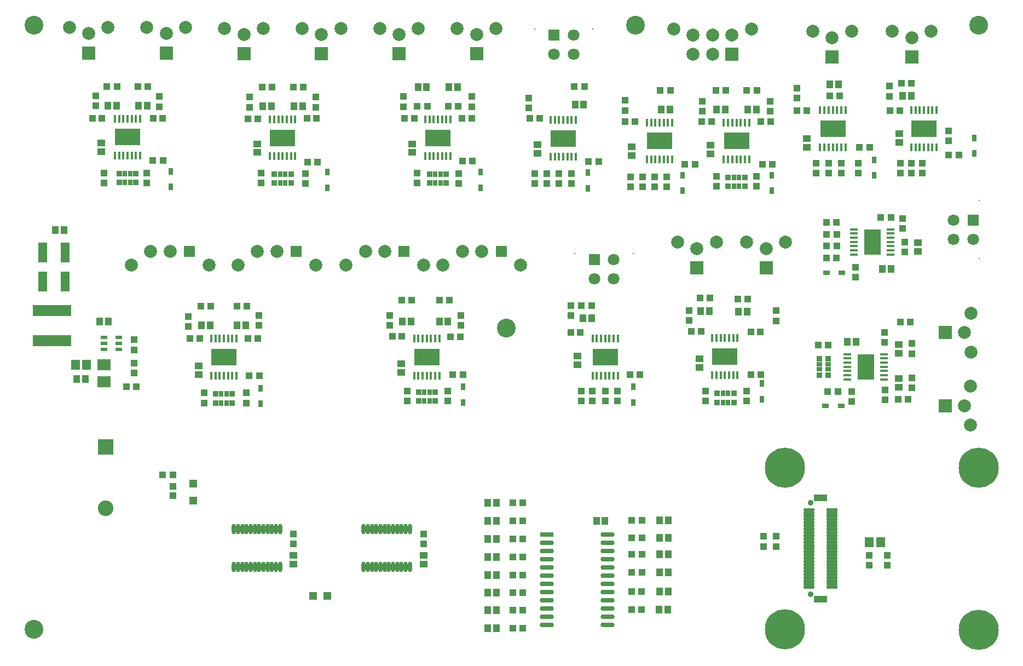
<source format=gts>
G04*
G04 #@! TF.GenerationSoftware,Altium Limited,Altium Designer,19.1.9 (167)*
G04*
G04 Layer_Color=8388736*
%FSLAX25Y25*%
%MOIN*%
G70*
G01*
G75*
%ADD24R,0.01772X0.05158*%
%ADD38R,0.05158X0.01772*%
%ADD43R,0.08083X0.06706*%
%ADD44R,0.23241X0.07099*%
%ADD45R,0.07887X0.03950*%
%ADD46R,0.07099X0.01981*%
%ADD47O,0.07099X0.01981*%
%ADD48C,0.24422*%
%ADD49R,0.04737X0.04737*%
%ADD50R,0.04147X0.04147*%
%ADD51R,0.15748X0.10433*%
%ADD52R,0.04537X0.04143*%
%ADD53R,0.04147X0.04147*%
%ADD54R,0.03950X0.03950*%
%ADD55R,0.04143X0.04537*%
%ADD56R,0.03162X0.03950*%
%ADD57R,0.03950X0.03162*%
%ADD58R,0.03950X0.03950*%
%ADD59O,0.02572X0.06312*%
%ADD60R,0.03320X0.03556*%
%ADD61R,0.02769X0.03556*%
%ADD62R,0.05721X0.12217*%
%ADD63R,0.04147X0.02178*%
%ADD64R,0.05328X0.06312*%
%ADD65R,0.04737X0.04737*%
%ADD66R,0.10433X0.15748*%
%ADD67R,0.03556X0.03320*%
%ADD68R,0.03556X0.02769*%
%ADD69O,0.08477X0.02965*%
%ADD70R,0.08477X0.02965*%
%ADD71C,0.03556*%
%ADD72C,0.00800*%
%ADD73C,0.07887*%
%ADD74R,0.07887X0.07887*%
%ADD75C,0.09478*%
%ADD76R,0.09478X0.09478*%
%ADD77C,0.11430*%
%ADD78R,0.07887X0.07887*%
%ADD79C,0.07099*%
%ADD80R,0.07099X0.07099*%
%ADD81R,0.07099X0.07099*%
D24*
X353740Y190354D02*
D03*
X356299D02*
D03*
X358858D02*
D03*
X361417D02*
D03*
X363976D02*
D03*
X366535D02*
D03*
X369094D02*
D03*
Y167913D02*
D03*
X366535D02*
D03*
X363976D02*
D03*
X361417D02*
D03*
X358858D02*
D03*
X356299D02*
D03*
X353740D02*
D03*
X492323Y329331D02*
D03*
X494882D02*
D03*
X497441D02*
D03*
X500000D02*
D03*
X502559D02*
D03*
X505118D02*
D03*
X507677D02*
D03*
Y306890D02*
D03*
X505118D02*
D03*
X502559D02*
D03*
X500000D02*
D03*
X497441D02*
D03*
X494882D02*
D03*
X492323D02*
D03*
X251772Y301378D02*
D03*
X254331D02*
D03*
X256890D02*
D03*
X259449D02*
D03*
X262008D02*
D03*
X264567D02*
D03*
X267126D02*
D03*
Y323819D02*
D03*
X264567D02*
D03*
X262008D02*
D03*
X259449D02*
D03*
X256890D02*
D03*
X254331D02*
D03*
X251772D02*
D03*
X245079Y167913D02*
D03*
X247638D02*
D03*
X250197D02*
D03*
X252756D02*
D03*
X255315D02*
D03*
X257874D02*
D03*
X260433D02*
D03*
Y190354D02*
D03*
X257874D02*
D03*
X255315D02*
D03*
X252756D02*
D03*
X250197D02*
D03*
X247638D02*
D03*
X245079D02*
D03*
X121457Y167913D02*
D03*
X124016D02*
D03*
X126575D02*
D03*
X129134D02*
D03*
X131693D02*
D03*
X134252D02*
D03*
X136811D02*
D03*
Y190354D02*
D03*
X134252D02*
D03*
X131693D02*
D03*
X129134D02*
D03*
X126575D02*
D03*
X124016D02*
D03*
X121457D02*
D03*
X426575Y168225D02*
D03*
X429134D02*
D03*
X431693D02*
D03*
X434252D02*
D03*
X436811D02*
D03*
X439370D02*
D03*
X441929D02*
D03*
Y190666D02*
D03*
X439370D02*
D03*
X436811D02*
D03*
X434252D02*
D03*
X431693D02*
D03*
X429134D02*
D03*
X426575D02*
D03*
X547835Y306890D02*
D03*
X550394D02*
D03*
X552953D02*
D03*
X555512D02*
D03*
X558071D02*
D03*
X560630D02*
D03*
X563189D02*
D03*
Y329331D02*
D03*
X560630D02*
D03*
X558071D02*
D03*
X555512D02*
D03*
X552953D02*
D03*
X550394D02*
D03*
X547835D02*
D03*
X157283Y301378D02*
D03*
X159843D02*
D03*
X162401D02*
D03*
X164961D02*
D03*
X167520D02*
D03*
X170079D02*
D03*
X172638D02*
D03*
Y323819D02*
D03*
X170079D02*
D03*
X167520D02*
D03*
X164961D02*
D03*
X162401D02*
D03*
X159843D02*
D03*
X157283D02*
D03*
X62795Y301772D02*
D03*
X65354D02*
D03*
X67913D02*
D03*
X70472D02*
D03*
X73032D02*
D03*
X75590D02*
D03*
X78150D02*
D03*
Y324213D02*
D03*
X75590D02*
D03*
X73032D02*
D03*
X70472D02*
D03*
X67913D02*
D03*
X65354D02*
D03*
X62795D02*
D03*
X386811Y299410D02*
D03*
X389370D02*
D03*
X391929D02*
D03*
X394488D02*
D03*
X397047D02*
D03*
X399606D02*
D03*
X402165D02*
D03*
Y321850D02*
D03*
X399606D02*
D03*
X397047D02*
D03*
X394488D02*
D03*
X391929D02*
D03*
X389370D02*
D03*
X386811D02*
D03*
X328150Y300984D02*
D03*
X330709D02*
D03*
X333268D02*
D03*
X335827D02*
D03*
X338386D02*
D03*
X340945D02*
D03*
X343504D02*
D03*
Y323425D02*
D03*
X340945D02*
D03*
X338386D02*
D03*
X335827D02*
D03*
X333268D02*
D03*
X330709D02*
D03*
X328150D02*
D03*
X433661Y299410D02*
D03*
X436221D02*
D03*
X438779D02*
D03*
X441339D02*
D03*
X443898D02*
D03*
X446457D02*
D03*
X449016D02*
D03*
Y321850D02*
D03*
X446457D02*
D03*
X443898D02*
D03*
X441339D02*
D03*
X438779D02*
D03*
X436221D02*
D03*
X433661D02*
D03*
D38*
X508858Y180905D02*
D03*
Y178347D02*
D03*
Y175787D02*
D03*
Y173228D02*
D03*
Y170669D02*
D03*
Y168110D02*
D03*
Y165551D02*
D03*
X531299D02*
D03*
Y168110D02*
D03*
Y170669D02*
D03*
Y173228D02*
D03*
Y175787D02*
D03*
Y178347D02*
D03*
Y180905D02*
D03*
X535236Y256890D02*
D03*
Y254331D02*
D03*
Y251772D02*
D03*
Y249213D02*
D03*
Y246654D02*
D03*
Y244094D02*
D03*
Y241535D02*
D03*
X512795D02*
D03*
Y244094D02*
D03*
Y246654D02*
D03*
Y249213D02*
D03*
Y251772D02*
D03*
Y254331D02*
D03*
Y256890D02*
D03*
D43*
X56201Y164173D02*
D03*
Y174606D02*
D03*
D44*
X24508Y188976D02*
D03*
Y207480D02*
D03*
D45*
X492520Y31922D02*
D03*
Y93340D02*
D03*
D46*
X499606Y86253D02*
D03*
D47*
Y84284D02*
D03*
Y82316D02*
D03*
Y80347D02*
D03*
Y78379D02*
D03*
Y76410D02*
D03*
Y74442D02*
D03*
Y72473D02*
D03*
Y70505D02*
D03*
Y68536D02*
D03*
Y66568D02*
D03*
Y64599D02*
D03*
Y62631D02*
D03*
Y60662D02*
D03*
Y58694D02*
D03*
Y56725D02*
D03*
Y54757D02*
D03*
Y52788D02*
D03*
Y50820D02*
D03*
Y48851D02*
D03*
Y46883D02*
D03*
Y44914D02*
D03*
Y42946D02*
D03*
Y40977D02*
D03*
Y39009D02*
D03*
X485433D02*
D03*
Y40977D02*
D03*
Y42946D02*
D03*
Y44914D02*
D03*
Y46883D02*
D03*
Y48851D02*
D03*
Y50820D02*
D03*
Y52788D02*
D03*
Y54757D02*
D03*
Y56725D02*
D03*
Y58694D02*
D03*
Y60662D02*
D03*
Y62631D02*
D03*
Y64599D02*
D03*
Y66568D02*
D03*
Y68536D02*
D03*
Y70505D02*
D03*
Y72473D02*
D03*
Y74442D02*
D03*
Y76410D02*
D03*
Y78379D02*
D03*
Y80347D02*
D03*
Y82316D02*
D03*
Y84284D02*
D03*
Y86253D02*
D03*
D48*
X470866Y111876D02*
D03*
X588976Y111811D02*
D03*
Y12992D02*
D03*
X470866Y13386D02*
D03*
D49*
X110630Y101969D02*
D03*
Y91732D02*
D03*
D50*
X511417Y152067D02*
D03*
Y158169D02*
D03*
X478150Y342815D02*
D03*
Y336713D02*
D03*
X515354Y297146D02*
D03*
Y291043D02*
D03*
X505118Y297146D02*
D03*
Y291043D02*
D03*
X497441Y297146D02*
D03*
Y291043D02*
D03*
X489764D02*
D03*
Y297146D02*
D03*
X280315Y337697D02*
D03*
Y331594D02*
D03*
X238583Y337697D02*
D03*
Y331594D02*
D03*
X522047Y52461D02*
D03*
Y58563D02*
D03*
X246850Y285138D02*
D03*
Y291240D02*
D03*
X272047Y290846D02*
D03*
Y284744D02*
D03*
X533071Y52461D02*
D03*
Y58563D02*
D03*
X171653Y71555D02*
D03*
Y65453D02*
D03*
X250787Y71555D02*
D03*
Y65453D02*
D03*
X230315Y204626D02*
D03*
Y198524D02*
D03*
X265354Y158563D02*
D03*
Y152461D02*
D03*
X240945D02*
D03*
Y158563D02*
D03*
X142913Y157382D02*
D03*
Y151279D02*
D03*
X74410Y183563D02*
D03*
Y189665D02*
D03*
Y169390D02*
D03*
Y175492D02*
D03*
X422441Y152461D02*
D03*
Y158563D02*
D03*
X447638D02*
D03*
Y152461D02*
D03*
X465354Y207382D02*
D03*
Y201279D02*
D03*
X412402Y207579D02*
D03*
Y201476D02*
D03*
X548032Y160335D02*
D03*
Y166437D02*
D03*
Y187303D02*
D03*
Y181201D02*
D03*
X513779Y227658D02*
D03*
Y233760D02*
D03*
X543701Y249114D02*
D03*
Y243012D02*
D03*
X534646Y343996D02*
D03*
Y337894D02*
D03*
X570472Y316831D02*
D03*
Y310728D02*
D03*
X554609Y297146D02*
D03*
Y291043D02*
D03*
X547900Y297146D02*
D03*
Y291043D02*
D03*
X541190D02*
D03*
Y297146D02*
D03*
X368898Y158563D02*
D03*
Y152461D02*
D03*
X361417Y158563D02*
D03*
Y152461D02*
D03*
X353543Y158563D02*
D03*
Y152461D02*
D03*
X346850D02*
D03*
Y158563D02*
D03*
X340354Y210531D02*
D03*
Y204429D02*
D03*
X461713Y334941D02*
D03*
Y328839D02*
D03*
X420571Y334941D02*
D03*
Y328839D02*
D03*
X457874Y63878D02*
D03*
Y69980D02*
D03*
X465354Y63878D02*
D03*
Y69980D02*
D03*
X453543Y289272D02*
D03*
Y283169D02*
D03*
X429134D02*
D03*
Y289272D02*
D03*
X185039Y331201D02*
D03*
Y337303D02*
D03*
X51181Y331988D02*
D03*
Y338090D02*
D03*
X178740Y290846D02*
D03*
Y284744D02*
D03*
X89764Y331594D02*
D03*
Y337697D02*
D03*
X144882Y331201D02*
D03*
Y337303D02*
D03*
X151969Y285138D02*
D03*
Y291240D02*
D03*
X340945Y290846D02*
D03*
Y284744D02*
D03*
X333268Y290846D02*
D03*
Y284744D02*
D03*
X325984Y290846D02*
D03*
Y284744D02*
D03*
X318504D02*
D03*
Y290846D02*
D03*
X373622Y335335D02*
D03*
Y329232D02*
D03*
X391339Y288878D02*
D03*
Y282776D02*
D03*
X384252Y288878D02*
D03*
Y282776D02*
D03*
X376772D02*
D03*
Y288878D02*
D03*
X314961Y336910D02*
D03*
Y330807D02*
D03*
X82284Y291240D02*
D03*
Y285138D02*
D03*
X56299Y285039D02*
D03*
Y291142D02*
D03*
X117323Y151279D02*
D03*
Y157382D02*
D03*
X150394Y204626D02*
D03*
Y198524D02*
D03*
X107480Y203839D02*
D03*
Y197736D02*
D03*
X398819Y288878D02*
D03*
Y282776D02*
D03*
X273622Y198524D02*
D03*
Y204626D02*
D03*
D51*
X361417Y179134D02*
D03*
X500000Y318110D02*
D03*
X259449Y312598D02*
D03*
X252756Y179134D02*
D03*
X129134Y179134D02*
D03*
X434252Y179446D02*
D03*
X555512Y318110D02*
D03*
X164961Y312598D02*
D03*
X70472Y312992D02*
D03*
X394488Y310630D02*
D03*
X335827Y312205D02*
D03*
X441339Y310630D02*
D03*
D52*
X484252Y312205D02*
D03*
Y306890D02*
D03*
X250787Y53248D02*
D03*
Y58563D02*
D03*
X171653Y53248D02*
D03*
Y58563D02*
D03*
X237008Y169685D02*
D03*
Y175000D02*
D03*
X243701Y308957D02*
D03*
Y303642D02*
D03*
X418898Y172933D02*
D03*
Y178248D02*
D03*
X540158Y160728D02*
D03*
Y166043D02*
D03*
Y186909D02*
D03*
Y181595D02*
D03*
X551968Y243406D02*
D03*
Y248721D02*
D03*
X344488Y174508D02*
D03*
Y179823D02*
D03*
X540354Y309941D02*
D03*
Y315256D02*
D03*
X425591Y302854D02*
D03*
Y308169D02*
D03*
X54331Y309350D02*
D03*
Y304035D02*
D03*
X149606Y308957D02*
D03*
Y303642D02*
D03*
X377559Y301673D02*
D03*
Y306988D02*
D03*
X320079Y303248D02*
D03*
Y308563D02*
D03*
X113779Y168602D02*
D03*
Y173917D02*
D03*
D53*
X274705Y168504D02*
D03*
X268602D02*
D03*
X150689Y167717D02*
D03*
X144587D02*
D03*
X92028Y298819D02*
D03*
X85925D02*
D03*
X463287Y296457D02*
D03*
X457185D02*
D03*
X186122Y297638D02*
D03*
X180020D02*
D03*
X383760Y59055D02*
D03*
X377658D02*
D03*
X504232Y338148D02*
D03*
X498130D02*
D03*
X522342Y306890D02*
D03*
X516240D02*
D03*
X456201Y168504D02*
D03*
X450098D02*
D03*
X280610Y298425D02*
D03*
X274508D02*
D03*
X271949Y331890D02*
D03*
X265846D02*
D03*
X246949D02*
D03*
X253051D02*
D03*
X377378Y36614D02*
D03*
X383480D02*
D03*
X75886Y161024D02*
D03*
X69784D02*
D03*
X266437Y213779D02*
D03*
X260335D02*
D03*
X237500D02*
D03*
X243602D02*
D03*
X383760Y48031D02*
D03*
X377658D02*
D03*
X305217Y14173D02*
D03*
X311319D02*
D03*
X305217Y57480D02*
D03*
X311319D02*
D03*
X305217Y90551D02*
D03*
X311319D02*
D03*
X383760Y79921D02*
D03*
X377658D02*
D03*
X448130Y214370D02*
D03*
X442028D02*
D03*
X419095Y215158D02*
D03*
X425197D02*
D03*
X453740Y341339D02*
D03*
X447638D02*
D03*
X547146Y200394D02*
D03*
X541043D02*
D03*
X503051Y158169D02*
D03*
X496949D02*
D03*
X383760Y69291D02*
D03*
X377658D02*
D03*
X545965Y153543D02*
D03*
X539862D02*
D03*
X491142Y186614D02*
D03*
X497244D02*
D03*
X529232Y264173D02*
D03*
X535335D02*
D03*
X502362Y246850D02*
D03*
X496260D02*
D03*
X502362Y253937D02*
D03*
X496260D02*
D03*
X496161Y261024D02*
D03*
X502264D02*
D03*
X502264Y239370D02*
D03*
X496161D02*
D03*
X541831Y345669D02*
D03*
X547933D02*
D03*
X383480Y25413D02*
D03*
X377378D02*
D03*
X434842Y341339D02*
D03*
X428740D02*
D03*
X570571Y301969D02*
D03*
X576673D02*
D03*
X382579Y168504D02*
D03*
X376476D02*
D03*
X346966Y210343D02*
D03*
X353068D02*
D03*
X416043Y296457D02*
D03*
X409941D02*
D03*
X305217Y79528D02*
D03*
X311319D02*
D03*
X305217Y35827D02*
D03*
X311319D02*
D03*
X177461Y343307D02*
D03*
X171358D02*
D03*
X152461D02*
D03*
X158563D02*
D03*
X305217Y68504D02*
D03*
X311319D02*
D03*
X305217Y46457D02*
D03*
X311319D02*
D03*
X401083Y341339D02*
D03*
X394980D02*
D03*
X348721Y343701D02*
D03*
X342618D02*
D03*
X305217Y25197D02*
D03*
X311319D02*
D03*
X82972Y343701D02*
D03*
X76870D02*
D03*
X57972D02*
D03*
X64075D02*
D03*
X143209Y210236D02*
D03*
X137106D02*
D03*
X115059D02*
D03*
X121161D02*
D03*
X351279Y298031D02*
D03*
X357382D02*
D03*
X91969Y107480D02*
D03*
X98071D02*
D03*
D54*
X478150Y329291D02*
D03*
X484055D02*
D03*
X280118Y324449D02*
D03*
X274213D02*
D03*
X239173Y324370D02*
D03*
X245079D02*
D03*
X237598Y191693D02*
D03*
X231693D02*
D03*
X267126Y191378D02*
D03*
X273031D02*
D03*
X419685Y194646D02*
D03*
X413779D02*
D03*
X450000Y194331D02*
D03*
X455905D02*
D03*
X346260Y194161D02*
D03*
X340354D02*
D03*
X426181Y322402D02*
D03*
X420276D02*
D03*
X456102Y322480D02*
D03*
X462008D02*
D03*
X49016Y324370D02*
D03*
X54921D02*
D03*
X185630Y324449D02*
D03*
X179724D02*
D03*
X91929D02*
D03*
X86024D02*
D03*
X143898Y323976D02*
D03*
X149803D02*
D03*
X379331Y322402D02*
D03*
X373425D02*
D03*
X321457Y324370D02*
D03*
X315551D02*
D03*
X143898Y190591D02*
D03*
X149803D02*
D03*
X114370Y190512D02*
D03*
X108465D02*
D03*
X540748Y329095D02*
D03*
X534842D02*
D03*
D55*
X394587Y59055D02*
D03*
X399902D02*
D03*
X498130Y345054D02*
D03*
X503445D02*
D03*
X356004Y79528D02*
D03*
X361319D02*
D03*
X44783Y165748D02*
D03*
X39469D02*
D03*
X31693Y256299D02*
D03*
X26378D02*
D03*
X58858Y200787D02*
D03*
X53543D02*
D03*
X271555Y343307D02*
D03*
X266240D02*
D03*
X247342D02*
D03*
X252658D02*
D03*
X394587Y36614D02*
D03*
X399902D02*
D03*
X265650Y200787D02*
D03*
X260335D02*
D03*
X237894D02*
D03*
X243209D02*
D03*
X399902Y48031D02*
D03*
X394587D02*
D03*
X399902Y79921D02*
D03*
X394587D02*
D03*
X399902Y69291D02*
D03*
X394587D02*
D03*
X399622Y25413D02*
D03*
X394307D02*
D03*
X289862Y14173D02*
D03*
X295177D02*
D03*
X289862Y35827D02*
D03*
X295177D02*
D03*
X295177Y57480D02*
D03*
X289862D02*
D03*
Y90551D02*
D03*
X295177D02*
D03*
X453346Y329921D02*
D03*
X448032D02*
D03*
X429134D02*
D03*
X434449D02*
D03*
X447736Y206890D02*
D03*
X442421D02*
D03*
X419587Y207283D02*
D03*
X424902D02*
D03*
X508760Y188583D02*
D03*
X514075D02*
D03*
X535335Y232677D02*
D03*
X530020D02*
D03*
X542618Y338189D02*
D03*
X547933D02*
D03*
X347736Y202862D02*
D03*
X353051D02*
D03*
X289862Y79528D02*
D03*
X295177D02*
D03*
X177067Y331890D02*
D03*
X171752D02*
D03*
X152854D02*
D03*
X158169D02*
D03*
X289862Y68504D02*
D03*
X295177D02*
D03*
X289862Y46457D02*
D03*
X295177D02*
D03*
X400689Y329921D02*
D03*
X395374D02*
D03*
X348327Y332677D02*
D03*
X343012D02*
D03*
X289862Y25197D02*
D03*
X295177D02*
D03*
X82579Y332283D02*
D03*
X77264D02*
D03*
X58366D02*
D03*
X63681D02*
D03*
X142421Y198425D02*
D03*
X137106D02*
D03*
X115453D02*
D03*
X120768D02*
D03*
D56*
X525197Y299213D02*
D03*
Y289764D02*
D03*
X408661Y280315D02*
D03*
Y289764D02*
D03*
X285433Y291732D02*
D03*
Y282283D02*
D03*
X378346Y161024D02*
D03*
Y151575D02*
D03*
X456693Y162992D02*
D03*
Y153543D02*
D03*
X586258Y312449D02*
D03*
Y303000D02*
D03*
X192232Y291732D02*
D03*
Y282283D02*
D03*
X96850Y292126D02*
D03*
Y282677D02*
D03*
X274803Y161024D02*
D03*
Y151575D02*
D03*
X151575Y160236D02*
D03*
Y150787D02*
D03*
X462992Y289764D02*
D03*
Y280315D02*
D03*
X350787Y291339D02*
D03*
Y281890D02*
D03*
D57*
X505512Y230331D02*
D03*
X496063D02*
D03*
X505102Y149479D02*
D03*
X495653D02*
D03*
D58*
X98071Y100591D02*
D03*
Y94685D02*
D03*
X531496Y188189D02*
D03*
Y194095D02*
D03*
X531890Y159055D02*
D03*
Y153150D02*
D03*
X542520Y257480D02*
D03*
Y263386D02*
D03*
D59*
X135297Y51378D02*
D03*
X137856D02*
D03*
X140415D02*
D03*
X142974D02*
D03*
X145534D02*
D03*
X148092D02*
D03*
X150652D02*
D03*
X153211D02*
D03*
X155770D02*
D03*
X158329D02*
D03*
X160888D02*
D03*
X163447D02*
D03*
X135297Y74606D02*
D03*
X137856D02*
D03*
X140415D02*
D03*
X142974D02*
D03*
X145534D02*
D03*
X148092D02*
D03*
X150652D02*
D03*
X153211D02*
D03*
X155770D02*
D03*
X158329D02*
D03*
X160888D02*
D03*
X163447D02*
D03*
X214272Y51378D02*
D03*
X216831D02*
D03*
X219390D02*
D03*
X221949D02*
D03*
X224508D02*
D03*
X227067D02*
D03*
X229626D02*
D03*
X232185D02*
D03*
X234744D02*
D03*
X237303D02*
D03*
X239862D02*
D03*
X242421D02*
D03*
X214272Y74606D02*
D03*
X216831D02*
D03*
X219390D02*
D03*
X221949D02*
D03*
X224508D02*
D03*
X227067D02*
D03*
X229626D02*
D03*
X232185D02*
D03*
X234744D02*
D03*
X237303D02*
D03*
X239862D02*
D03*
X242421D02*
D03*
D60*
X446378Y288583D02*
D03*
X436299D02*
D03*
X446378Y283071D02*
D03*
X436299D02*
D03*
X264488Y290551D02*
D03*
X254410D02*
D03*
X264488Y285039D02*
D03*
X254410D02*
D03*
X247716Y152362D02*
D03*
X257795D02*
D03*
X247716Y157874D02*
D03*
X257795D02*
D03*
X429606Y151575D02*
D03*
X439685D02*
D03*
X429606Y157087D02*
D03*
X439685D02*
D03*
X159921Y285039D02*
D03*
X170000D02*
D03*
X159921Y290551D02*
D03*
X170000D02*
D03*
X65433Y285433D02*
D03*
X75512D02*
D03*
X65433Y290945D02*
D03*
X75512D02*
D03*
X124094Y151181D02*
D03*
X134173D02*
D03*
X124094Y156693D02*
D03*
X134173D02*
D03*
D61*
X442913Y288583D02*
D03*
X439764D02*
D03*
X442913Y283071D02*
D03*
X439764D02*
D03*
X261024Y290551D02*
D03*
X257874D02*
D03*
X261024Y285039D02*
D03*
X257874D02*
D03*
X251181Y152362D02*
D03*
X254331D02*
D03*
X251181Y157874D02*
D03*
X254331D02*
D03*
X433071Y151575D02*
D03*
X436221D02*
D03*
X433071Y157087D02*
D03*
X436221D02*
D03*
X163386Y285039D02*
D03*
X166535D02*
D03*
X163386Y290551D02*
D03*
X166535D02*
D03*
X68898Y285433D02*
D03*
X72047D02*
D03*
X68898Y290945D02*
D03*
X72047D02*
D03*
X127559Y151181D02*
D03*
X130709D02*
D03*
X127559Y156693D02*
D03*
X130709D02*
D03*
D62*
X32382Y242913D02*
D03*
X18799D02*
D03*
Y225197D02*
D03*
X32382D02*
D03*
D63*
X65059Y191142D02*
D03*
Y187402D02*
D03*
Y183661D02*
D03*
X56201D02*
D03*
Y187402D02*
D03*
Y191142D02*
D03*
D64*
X522146Y66421D02*
D03*
X529035D02*
D03*
X45571Y174426D02*
D03*
X38681D02*
D03*
D65*
X192126Y33858D02*
D03*
X183465D02*
D03*
D66*
X520079Y173228D02*
D03*
X524016Y249213D02*
D03*
D67*
X491732Y178268D02*
D03*
Y168189D02*
D03*
X497244Y178268D02*
D03*
Y168189D02*
D03*
D68*
X491732Y174803D02*
D03*
Y171653D02*
D03*
X497244Y174803D02*
D03*
Y171653D02*
D03*
D69*
X362992Y16184D02*
D03*
Y21184D02*
D03*
Y26184D02*
D03*
Y31184D02*
D03*
Y36184D02*
D03*
Y41184D02*
D03*
Y46184D02*
D03*
Y51184D02*
D03*
Y56184D02*
D03*
Y61184D02*
D03*
Y66184D02*
D03*
Y71184D02*
D03*
X325984Y16184D02*
D03*
Y21184D02*
D03*
Y26184D02*
D03*
Y31184D02*
D03*
Y36184D02*
D03*
Y41184D02*
D03*
Y46184D02*
D03*
Y51184D02*
D03*
Y56184D02*
D03*
Y61184D02*
D03*
Y66184D02*
D03*
D70*
Y71184D02*
D03*
D71*
X486614Y34875D02*
D03*
Y90387D02*
D03*
D72*
X470866Y111876D02*
D03*
X588976Y111811D02*
D03*
Y12992D02*
D03*
X470866Y13386D02*
D03*
X589134Y238976D02*
D03*
X589134Y274410D02*
D03*
X378346Y242283D02*
D03*
X342913Y242284D02*
D03*
X318504Y378898D02*
D03*
X353937Y378898D02*
D03*
D73*
X511417Y377323D02*
D03*
X487795D02*
D03*
X499606Y373622D02*
D03*
X583858Y137795D02*
D03*
Y161417D02*
D03*
X580158Y149606D02*
D03*
X584016Y182283D02*
D03*
Y205906D02*
D03*
X580315Y194095D02*
D03*
X283071Y375590D02*
D03*
X271260Y379291D02*
D03*
X294882D02*
D03*
X235827Y375590D02*
D03*
X224016Y379291D02*
D03*
X247638D02*
D03*
X105905Y379685D02*
D03*
X82284D02*
D03*
X94095Y375984D02*
D03*
X58661Y379685D02*
D03*
X35039D02*
D03*
X46850Y375984D02*
D03*
X200394Y379291D02*
D03*
X176772D02*
D03*
X188583Y375590D02*
D03*
X153150Y379291D02*
D03*
X129528D02*
D03*
X141339Y375590D02*
D03*
X137795Y235039D02*
D03*
X149606Y243307D02*
D03*
X161417D02*
D03*
X185039Y235039D02*
D03*
X72835D02*
D03*
X84646Y243307D02*
D03*
X96457D02*
D03*
X120079Y235039D02*
D03*
X203543D02*
D03*
X215354Y243307D02*
D03*
X227165D02*
D03*
X250787Y235039D02*
D03*
X262598D02*
D03*
X274409Y243307D02*
D03*
X286221D02*
D03*
X309842Y235039D02*
D03*
X450394Y378898D02*
D03*
X403150D02*
D03*
X426772Y363386D02*
D03*
X414961D02*
D03*
X438583Y375197D02*
D03*
X426772D02*
D03*
X414961D02*
D03*
X417323Y245276D02*
D03*
X405512Y248976D02*
D03*
X429134D02*
D03*
X548032Y373622D02*
D03*
X536221Y377323D02*
D03*
X559842D02*
D03*
X459449Y245276D02*
D03*
X447638Y248976D02*
D03*
X471260D02*
D03*
D74*
X499606Y361811D02*
D03*
X283071Y363779D02*
D03*
X235827D02*
D03*
X94095Y364173D02*
D03*
X46850D02*
D03*
X188583Y363779D02*
D03*
X141339D02*
D03*
X438583Y363386D02*
D03*
X417323Y233465D02*
D03*
X548032Y361811D02*
D03*
X459449Y233465D02*
D03*
D75*
X57087Y87008D02*
D03*
D76*
Y124528D02*
D03*
D77*
X379921Y381102D02*
D03*
X301181Y196850D02*
D03*
X13386Y381102D02*
D03*
X588976D02*
D03*
X470866Y111811D02*
D03*
X588976D02*
D03*
X470866Y13386D02*
D03*
X13386Y13386D02*
D03*
X588976D02*
D03*
D78*
X568347Y149606D02*
D03*
X568504Y194095D02*
D03*
D79*
X573622Y262598D02*
D03*
Y250787D02*
D03*
X585433D02*
D03*
X354724Y226772D02*
D03*
X366535D02*
D03*
Y238583D02*
D03*
X342126Y375197D02*
D03*
Y363386D02*
D03*
X330315D02*
D03*
D80*
X585433Y262598D02*
D03*
X173228Y243307D02*
D03*
X108268D02*
D03*
X238976D02*
D03*
X298031D02*
D03*
D81*
X354724Y238583D02*
D03*
X330315Y375197D02*
D03*
M02*

</source>
